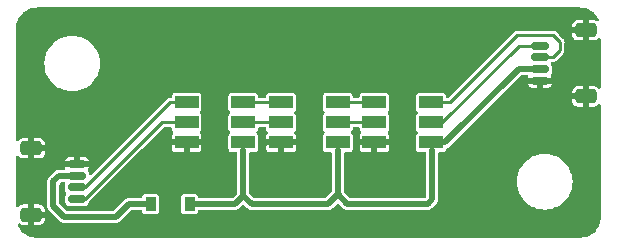
<source format=gbr>
%TF.GenerationSoftware,KiCad,Pcbnew,6.0.4-6f826c9f35~116~ubuntu20.04.1*%
%TF.CreationDate,2022-04-27T15:37:50-05:00*%
%TF.ProjectId,lc-led,6c632d6c-6564-42e6-9b69-6361645f7063,rev?*%
%TF.SameCoordinates,Original*%
%TF.FileFunction,Copper,L1,Top*%
%TF.FilePolarity,Positive*%
%FSLAX46Y46*%
G04 Gerber Fmt 4.6, Leading zero omitted, Abs format (unit mm)*
G04 Created by KiCad (PCBNEW 6.0.4-6f826c9f35~116~ubuntu20.04.1) date 2022-04-27 15:37:50*
%MOMM*%
%LPD*%
G01*
G04 APERTURE LIST*
G04 Aperture macros list*
%AMRoundRect*
0 Rectangle with rounded corners*
0 $1 Rounding radius*
0 $2 $3 $4 $5 $6 $7 $8 $9 X,Y pos of 4 corners*
0 Add a 4 corners polygon primitive as box body*
4,1,4,$2,$3,$4,$5,$6,$7,$8,$9,$2,$3,0*
0 Add four circle primitives for the rounded corners*
1,1,$1+$1,$2,$3*
1,1,$1+$1,$4,$5*
1,1,$1+$1,$6,$7*
1,1,$1+$1,$8,$9*
0 Add four rect primitives between the rounded corners*
20,1,$1+$1,$2,$3,$4,$5,0*
20,1,$1+$1,$4,$5,$6,$7,0*
20,1,$1+$1,$6,$7,$8,$9,0*
20,1,$1+$1,$8,$9,$2,$3,0*%
G04 Aperture macros list end*
%TA.AperFunction,SMDPad,CuDef*%
%ADD10R,2.000000X1.100000*%
%TD*%
%TA.AperFunction,SMDPad,CuDef*%
%ADD11R,0.900000X1.200000*%
%TD*%
%TA.AperFunction,SMDPad,CuDef*%
%ADD12RoundRect,0.150000X-0.625000X0.150000X-0.625000X-0.150000X0.625000X-0.150000X0.625000X0.150000X0*%
%TD*%
%TA.AperFunction,SMDPad,CuDef*%
%ADD13RoundRect,0.250000X-0.650000X0.350000X-0.650000X-0.350000X0.650000X-0.350000X0.650000X0.350000X0*%
%TD*%
%TA.AperFunction,SMDPad,CuDef*%
%ADD14RoundRect,0.150000X0.625000X-0.150000X0.625000X0.150000X-0.625000X0.150000X-0.625000X-0.150000X0*%
%TD*%
%TA.AperFunction,SMDPad,CuDef*%
%ADD15RoundRect,0.250000X0.650000X-0.350000X0.650000X0.350000X-0.650000X0.350000X-0.650000X-0.350000X0*%
%TD*%
%TA.AperFunction,Conductor*%
%ADD16C,0.500000*%
%TD*%
%TA.AperFunction,Conductor*%
%ADD17C,0.250000*%
%TD*%
G04 APERTURE END LIST*
D10*
%TO.P,LED2,1,DI*%
%TO.N,Net-(LED1-Pad6)*%
X47185786Y-38900000D03*
%TO.P,LED2,2,CI*%
%TO.N,Net-(LED1-Pad5)*%
X47185786Y-40600000D03*
%TO.P,LED2,3,GND*%
%TO.N,/GND1*%
X47185786Y-42300000D03*
%TO.P,LED2,4,VCC*%
%TO.N,/PWR1*%
X51985786Y-42300000D03*
%TO.P,LED2,5,CO*%
%TO.N,Net-(LED2-Pad5)*%
X51985786Y-40600000D03*
%TO.P,LED2,6,DO*%
%TO.N,Net-(LED2-Pad6)*%
X51985786Y-38900000D03*
%TD*%
D11*
%TO.P,D1,1,K*%
%TO.N,/PWR1*%
X39435786Y-47500000D03*
%TO.P,D1,2,A*%
%TO.N,/5V_1*%
X36135786Y-47500000D03*
%TD*%
D12*
%TO.P,J1,1,Pin_1*%
%TO.N,/GND1*%
X29900000Y-44100000D03*
%TO.P,J1,2,Pin_2*%
%TO.N,/5V_1*%
X29900000Y-45100000D03*
%TO.P,J1,3,Pin_3*%
%TO.N,/D_IN1*%
X29900000Y-46100000D03*
%TO.P,J1,4,Pin_4*%
%TO.N,/C_IN1*%
X29900000Y-47100000D03*
D13*
%TO.P,J1,MP*%
%TO.N,/GND1*%
X26025000Y-42800000D03*
X26025000Y-48400000D03*
%TD*%
D10*
%TO.P,LED1,1,DI*%
%TO.N,/D_IN1*%
X39185786Y-38900000D03*
%TO.P,LED1,2,CI*%
%TO.N,/C_IN1*%
X39185786Y-40600000D03*
%TO.P,LED1,3,GND*%
%TO.N,/GND1*%
X39185786Y-42300000D03*
%TO.P,LED1,4,VCC*%
%TO.N,/PWR1*%
X43985786Y-42300000D03*
%TO.P,LED1,5,CO*%
%TO.N,Net-(LED1-Pad5)*%
X43985786Y-40600000D03*
%TO.P,LED1,6,DO*%
%TO.N,Net-(LED1-Pad6)*%
X43985786Y-38900000D03*
%TD*%
%TO.P,LED3,1,DI*%
%TO.N,Net-(LED2-Pad6)*%
X55085786Y-38900000D03*
%TO.P,LED3,2,CI*%
%TO.N,Net-(LED2-Pad5)*%
X55085786Y-40600000D03*
%TO.P,LED3,3,GND*%
%TO.N,/GND1*%
X55085786Y-42300000D03*
%TO.P,LED3,4,VCC*%
%TO.N,/PWR1*%
X59885786Y-42300000D03*
%TO.P,LED3,5,CO*%
%TO.N,/C_OUT1*%
X59885786Y-40600000D03*
%TO.P,LED3,6,DO*%
%TO.N,/D_OUT1*%
X59885786Y-38900000D03*
%TD*%
D14*
%TO.P,J2,1,Pin_1*%
%TO.N,/GND1*%
X69100000Y-37100000D03*
%TO.P,J2,2,Pin_2*%
%TO.N,/PWR1*%
X69100000Y-36100000D03*
%TO.P,J2,3,Pin_3*%
%TO.N,/D_OUT1*%
X69100000Y-35100000D03*
%TO.P,J2,4,Pin_4*%
%TO.N,/C_OUT1*%
X69100000Y-34100000D03*
D15*
%TO.P,J2,MP*%
%TO.N,/GND1*%
X72975000Y-38400000D03*
X72975000Y-32800000D03*
%TD*%
D16*
%TO.N,/PWR1*%
X59885786Y-42300000D02*
X61100000Y-42300000D01*
X61100000Y-42300000D02*
X67300000Y-36100000D01*
X67300000Y-36100000D02*
X69100000Y-36100000D01*
D17*
%TO.N,/D_OUT1*%
X59885786Y-38900000D02*
X61500000Y-38900000D01*
X61500000Y-38900000D02*
X67200000Y-33200000D01*
X67200000Y-33200000D02*
X70200000Y-33200000D01*
X70200000Y-33200000D02*
X70800000Y-33800000D01*
X70800000Y-33800000D02*
X70800000Y-34500000D01*
X70800000Y-34500000D02*
X70200000Y-35100000D01*
X70200000Y-35100000D02*
X69100000Y-35100000D01*
%TO.N,/C_OUT1*%
X60800000Y-40600000D02*
X67300000Y-34100000D01*
X59885786Y-40600000D02*
X60800000Y-40600000D01*
X67300000Y-34100000D02*
X69100000Y-34100000D01*
%TO.N,/C_IN1*%
X29900000Y-47100000D02*
X30608930Y-47100000D01*
X30608930Y-47100000D02*
X37108930Y-40600000D01*
X37108930Y-40600000D02*
X39185786Y-40600000D01*
%TO.N,/D_IN1*%
X29900000Y-46100000D02*
X30600000Y-46100000D01*
X30600000Y-46100000D02*
X37800000Y-38900000D01*
X37800000Y-38900000D02*
X39185786Y-38900000D01*
D16*
%TO.N,/5V_1*%
X29900000Y-45100000D02*
X28400000Y-45100000D01*
X28400000Y-45100000D02*
X27900000Y-45600000D01*
X27900000Y-45600000D02*
X27900000Y-47700000D01*
X27900000Y-47700000D02*
X28800000Y-48600000D01*
X33200000Y-48600000D02*
X34300000Y-47500000D01*
X28800000Y-48600000D02*
X33200000Y-48600000D01*
X34300000Y-47500000D02*
X36135786Y-47500000D01*
%TO.N,/PWR1*%
X43285786Y-47500000D02*
X43985786Y-46800000D01*
X43985786Y-46800000D02*
X44685786Y-47500000D01*
X52785786Y-47500000D02*
X59585786Y-47500000D01*
X44685786Y-47500000D02*
X51185786Y-47500000D01*
X51985786Y-44900000D02*
X51985786Y-42900000D01*
X51985786Y-46700000D02*
X52785786Y-47500000D01*
X59585786Y-47500000D02*
X59985786Y-47100000D01*
X51185786Y-47500000D02*
X51985786Y-46700000D01*
X51985786Y-46700000D02*
X51985786Y-44900000D01*
X39435786Y-47500000D02*
X43285786Y-47500000D01*
X43985786Y-45200000D02*
X43985786Y-42900000D01*
X59985786Y-47100000D02*
X59985786Y-42900000D01*
X43985786Y-46800000D02*
X43985786Y-45200000D01*
D17*
%TO.N,Net-(LED1-Pad6)*%
X43985786Y-38900000D02*
X47185786Y-38900000D01*
%TO.N,Net-(LED1-Pad5)*%
X43985786Y-40600000D02*
X47185786Y-40600000D01*
%TO.N,Net-(LED2-Pad6)*%
X51985786Y-38900000D02*
X55085786Y-38900000D01*
%TO.N,Net-(LED2-Pad5)*%
X51985786Y-40600000D02*
X55085786Y-40600000D01*
%TD*%
%TA.AperFunction,Conductor*%
%TO.N,/GND1*%
G36*
X72487103Y-30871135D02*
G01*
X72500000Y-30873700D01*
X72512172Y-30871279D01*
X72524579Y-30871279D01*
X72524579Y-30871919D01*
X72535358Y-30871243D01*
X72718394Y-30884334D01*
X72739419Y-30885838D01*
X72757213Y-30888397D01*
X72982958Y-30937505D01*
X73000207Y-30942569D01*
X73216666Y-31023304D01*
X73233013Y-31030769D01*
X73435779Y-31141489D01*
X73450895Y-31151204D01*
X73635838Y-31289651D01*
X73649425Y-31301424D01*
X73812783Y-31464783D01*
X73824556Y-31478370D01*
X73962999Y-31663311D01*
X73972718Y-31678434D01*
X74066584Y-31850337D01*
X74081675Y-31919711D01*
X74056864Y-31986231D01*
X74000028Y-32028778D01*
X73929213Y-32033842D01*
X73880430Y-32011548D01*
X73876699Y-32008752D01*
X73861118Y-32000222D01*
X73741735Y-31955467D01*
X73726490Y-31951842D01*
X73676108Y-31946369D01*
X73669294Y-31946000D01*
X73247115Y-31946000D01*
X73231876Y-31950475D01*
X73230671Y-31951865D01*
X73229000Y-31959548D01*
X73229000Y-33635884D01*
X73233475Y-33651123D01*
X73234865Y-33652328D01*
X73242548Y-33653999D01*
X73669292Y-33653999D01*
X73676110Y-33653630D01*
X73726482Y-33648159D01*
X73741741Y-33644530D01*
X73861118Y-33599778D01*
X73876704Y-33591246D01*
X73977867Y-33515428D01*
X73990429Y-33502866D01*
X74018674Y-33465179D01*
X74075534Y-33422664D01*
X74146352Y-33417639D01*
X74208645Y-33451698D01*
X74242635Y-33514030D01*
X74245500Y-33540744D01*
X74245500Y-37659256D01*
X74225498Y-37727377D01*
X74171842Y-37773870D01*
X74101568Y-37783974D01*
X74036988Y-37754480D01*
X74018674Y-37734821D01*
X73990429Y-37697134D01*
X73977867Y-37684572D01*
X73876704Y-37608754D01*
X73861118Y-37600222D01*
X73741735Y-37555467D01*
X73726490Y-37551842D01*
X73676108Y-37546369D01*
X73669294Y-37546000D01*
X73247115Y-37546000D01*
X73231876Y-37550475D01*
X73230671Y-37551865D01*
X73229000Y-37559548D01*
X73229000Y-39235884D01*
X73233475Y-39251123D01*
X73234865Y-39252328D01*
X73242548Y-39253999D01*
X73669292Y-39253999D01*
X73676110Y-39253630D01*
X73726482Y-39248159D01*
X73741741Y-39244530D01*
X73861118Y-39199778D01*
X73876704Y-39191246D01*
X73977867Y-39115428D01*
X73990429Y-39102866D01*
X74018674Y-39065179D01*
X74075534Y-39022664D01*
X74146352Y-39017639D01*
X74208645Y-39051698D01*
X74242635Y-39114030D01*
X74245500Y-39140744D01*
X74245500Y-48576735D01*
X74243079Y-48601317D01*
X74240514Y-48614212D01*
X74242935Y-48626384D01*
X74242935Y-48638791D01*
X74242295Y-48638791D01*
X74242971Y-48649569D01*
X74232132Y-48801108D01*
X74228375Y-48853635D01*
X74225817Y-48871426D01*
X74211708Y-48936281D01*
X74176707Y-49097170D01*
X74171645Y-49114412D01*
X74090904Y-49330883D01*
X74083441Y-49347223D01*
X73972723Y-49549986D01*
X73963006Y-49565105D01*
X73824559Y-49750048D01*
X73812786Y-49763635D01*
X73649427Y-49926993D01*
X73635840Y-49938766D01*
X73450899Y-50077209D01*
X73435777Y-50086927D01*
X73233014Y-50197645D01*
X73216667Y-50205111D01*
X73053400Y-50266006D01*
X73000207Y-50285846D01*
X72982958Y-50290911D01*
X72757212Y-50340018D01*
X72739418Y-50342576D01*
X72535311Y-50357174D01*
X72524581Y-50356504D01*
X72524581Y-50357149D01*
X72512171Y-50357149D01*
X72500000Y-50354728D01*
X72487103Y-50357293D01*
X72462524Y-50359714D01*
X26537476Y-50359714D01*
X26512897Y-50357293D01*
X26500000Y-50354728D01*
X26487828Y-50357149D01*
X26475421Y-50357149D01*
X26475421Y-50356509D01*
X26464642Y-50357185D01*
X26280752Y-50344033D01*
X26260580Y-50342590D01*
X26242786Y-50340032D01*
X26017038Y-50290924D01*
X25999789Y-50285859D01*
X25942822Y-50264612D01*
X25783327Y-50205124D01*
X25766980Y-50197658D01*
X25766957Y-50197645D01*
X25564214Y-50086939D01*
X25549096Y-50077223D01*
X25364151Y-49938776D01*
X25350565Y-49927004D01*
X25187207Y-49763648D01*
X25175434Y-49750062D01*
X25110896Y-49663850D01*
X25036981Y-49565113D01*
X25027263Y-49549990D01*
X24916546Y-49347229D01*
X24909077Y-49330874D01*
X24903792Y-49316704D01*
X24898728Y-49245889D01*
X24932753Y-49183577D01*
X24995066Y-49149552D01*
X25065881Y-49154618D01*
X25097413Y-49171847D01*
X25123296Y-49191246D01*
X25138882Y-49199778D01*
X25258265Y-49244533D01*
X25273510Y-49248158D01*
X25323892Y-49253631D01*
X25330706Y-49254000D01*
X25752885Y-49254000D01*
X25768124Y-49249525D01*
X25769329Y-49248135D01*
X25771000Y-49240452D01*
X25771000Y-49235884D01*
X26279000Y-49235884D01*
X26283475Y-49251123D01*
X26284865Y-49252328D01*
X26292548Y-49253999D01*
X26719292Y-49253999D01*
X26726110Y-49253630D01*
X26776482Y-49248159D01*
X26791741Y-49244530D01*
X26911118Y-49199778D01*
X26926704Y-49191246D01*
X27027867Y-49115428D01*
X27040428Y-49102867D01*
X27116246Y-49001704D01*
X27124778Y-48986118D01*
X27169533Y-48866735D01*
X27173158Y-48851490D01*
X27178631Y-48801108D01*
X27179000Y-48794294D01*
X27179000Y-48672115D01*
X27174525Y-48656876D01*
X27173135Y-48655671D01*
X27165452Y-48654000D01*
X26297115Y-48654000D01*
X26281876Y-48658475D01*
X26280671Y-48659865D01*
X26279000Y-48667548D01*
X26279000Y-49235884D01*
X25771000Y-49235884D01*
X25771000Y-48127885D01*
X26279000Y-48127885D01*
X26283475Y-48143124D01*
X26284865Y-48144329D01*
X26292548Y-48146000D01*
X27160884Y-48146000D01*
X27176123Y-48141525D01*
X27177328Y-48140135D01*
X27178999Y-48132452D01*
X27178999Y-48005708D01*
X27178630Y-47998890D01*
X27173159Y-47948518D01*
X27169530Y-47933259D01*
X27124778Y-47813882D01*
X27116246Y-47798296D01*
X27040428Y-47697133D01*
X27027867Y-47684572D01*
X26926704Y-47608754D01*
X26911118Y-47600222D01*
X26791735Y-47555467D01*
X26776490Y-47551842D01*
X26726108Y-47546369D01*
X26719294Y-47546000D01*
X26297115Y-47546000D01*
X26281876Y-47550475D01*
X26280671Y-47551865D01*
X26279000Y-47559548D01*
X26279000Y-48127885D01*
X25771000Y-48127885D01*
X25771000Y-47564116D01*
X25766525Y-47548877D01*
X25765135Y-47547672D01*
X25757452Y-47546001D01*
X25330708Y-47546001D01*
X25323890Y-47546370D01*
X25273518Y-47551841D01*
X25258259Y-47555470D01*
X25138882Y-47600222D01*
X25123296Y-47608754D01*
X25022133Y-47684572D01*
X25009571Y-47697134D01*
X24981326Y-47734821D01*
X24924466Y-47777336D01*
X24853648Y-47782361D01*
X24791355Y-47748302D01*
X24757365Y-47685970D01*
X24754500Y-47659256D01*
X24754500Y-45634667D01*
X27391493Y-45634667D01*
X27393366Y-45643442D01*
X27393959Y-45652138D01*
X27395500Y-45666738D01*
X27395500Y-47629376D01*
X27394159Y-47641381D01*
X27394655Y-47641421D01*
X27393935Y-47650368D01*
X27391954Y-47659124D01*
X27394312Y-47697133D01*
X27395258Y-47712382D01*
X27395500Y-47720184D01*
X27395500Y-47736226D01*
X27396135Y-47740657D01*
X27396135Y-47740662D01*
X27396965Y-47746453D01*
X27397996Y-47756514D01*
X27400902Y-47803359D01*
X27403949Y-47811799D01*
X27404630Y-47815089D01*
X27408582Y-47830938D01*
X27409527Y-47834168D01*
X27410799Y-47843052D01*
X27414514Y-47851223D01*
X27430218Y-47885763D01*
X27434030Y-47895128D01*
X27446922Y-47930837D01*
X27446924Y-47930840D01*
X27449972Y-47939284D01*
X27455268Y-47946533D01*
X27456840Y-47949490D01*
X27465093Y-47963614D01*
X27466898Y-47966437D01*
X27470612Y-47974605D01*
X27476469Y-47981402D01*
X27476470Y-47981404D01*
X27490597Y-47997798D01*
X27499825Y-48008507D01*
X27501243Y-48010153D01*
X27507525Y-48018064D01*
X27515473Y-48028944D01*
X27526335Y-48039806D01*
X27532693Y-48046652D01*
X27564944Y-48084082D01*
X27572479Y-48088966D01*
X27579051Y-48094699D01*
X27590455Y-48103926D01*
X28393323Y-48906794D01*
X28400865Y-48916234D01*
X28401245Y-48915911D01*
X28407063Y-48922747D01*
X28411853Y-48930339D01*
X28418581Y-48936281D01*
X28451859Y-48965671D01*
X28457546Y-48971017D01*
X28468880Y-48982351D01*
X28472463Y-48985036D01*
X28472465Y-48985038D01*
X28477155Y-48988553D01*
X28484998Y-48994938D01*
X28520170Y-49026001D01*
X28528292Y-49029814D01*
X28531093Y-49031654D01*
X28545088Y-49040063D01*
X28548051Y-49041685D01*
X28555236Y-49047070D01*
X28563646Y-49050223D01*
X28563648Y-49050224D01*
X28599182Y-49063546D01*
X28608495Y-49067470D01*
X28650982Y-49087417D01*
X28659856Y-49088799D01*
X28663083Y-49089785D01*
X28678846Y-49093920D01*
X28682140Y-49094644D01*
X28690552Y-49097798D01*
X28699510Y-49098464D01*
X28699511Y-49098464D01*
X28737350Y-49101276D01*
X28747374Y-49102426D01*
X28760697Y-49104500D01*
X28776062Y-49104500D01*
X28785399Y-49104846D01*
X28834666Y-49108507D01*
X28843441Y-49106634D01*
X28852137Y-49106041D01*
X28866737Y-49104500D01*
X33129376Y-49104500D01*
X33141381Y-49105841D01*
X33141421Y-49105345D01*
X33150368Y-49106065D01*
X33159124Y-49108046D01*
X33212382Y-49104742D01*
X33220184Y-49104500D01*
X33236226Y-49104500D01*
X33240657Y-49103865D01*
X33240662Y-49103865D01*
X33244687Y-49103288D01*
X33246457Y-49103035D01*
X33256514Y-49102004D01*
X33278976Y-49100611D01*
X33294400Y-49099654D01*
X33294402Y-49099654D01*
X33303359Y-49099098D01*
X33311799Y-49096051D01*
X33315089Y-49095370D01*
X33330938Y-49091418D01*
X33334168Y-49090473D01*
X33343052Y-49089201D01*
X33385763Y-49069782D01*
X33395128Y-49065970D01*
X33430837Y-49053078D01*
X33430840Y-49053076D01*
X33439284Y-49050028D01*
X33446533Y-49044732D01*
X33449490Y-49043160D01*
X33463614Y-49034907D01*
X33466437Y-49033102D01*
X33474605Y-49029388D01*
X33481402Y-49023531D01*
X33481404Y-49023530D01*
X33510153Y-48998757D01*
X33518064Y-48992475D01*
X33528944Y-48984527D01*
X33539806Y-48973665D01*
X33546653Y-48967307D01*
X33577282Y-48940915D01*
X33584082Y-48935056D01*
X33588966Y-48927521D01*
X33594699Y-48920949D01*
X33603926Y-48909545D01*
X34472066Y-48041405D01*
X34534378Y-48007379D01*
X34561161Y-48004500D01*
X35305822Y-48004500D01*
X35373943Y-48024502D01*
X35420436Y-48078158D01*
X35431215Y-48118147D01*
X35431287Y-48118877D01*
X35431287Y-48125066D01*
X35446052Y-48199301D01*
X35502302Y-48283484D01*
X35586485Y-48339734D01*
X35660719Y-48354500D01*
X36135709Y-48354500D01*
X36610852Y-48354499D01*
X36646604Y-48347388D01*
X36672912Y-48342156D01*
X36672914Y-48342155D01*
X36685087Y-48339734D01*
X36695407Y-48332839D01*
X36695408Y-48332838D01*
X36758954Y-48290377D01*
X36769270Y-48283484D01*
X36825520Y-48199301D01*
X36840286Y-48125067D01*
X36840285Y-46874934D01*
X36840285Y-46874933D01*
X38731286Y-46874933D01*
X38731287Y-48125066D01*
X38746052Y-48199301D01*
X38802302Y-48283484D01*
X38886485Y-48339734D01*
X38960719Y-48354500D01*
X39435709Y-48354500D01*
X39910852Y-48354499D01*
X39946604Y-48347388D01*
X39972912Y-48342156D01*
X39972914Y-48342155D01*
X39985087Y-48339734D01*
X39995407Y-48332839D01*
X39995408Y-48332838D01*
X40058954Y-48290377D01*
X40069270Y-48283484D01*
X40125520Y-48199301D01*
X40140286Y-48125067D01*
X40140286Y-48118877D01*
X40140358Y-48118149D01*
X40166941Y-48052317D01*
X40224895Y-48011308D01*
X40265751Y-48004500D01*
X43215162Y-48004500D01*
X43227167Y-48005841D01*
X43227207Y-48005345D01*
X43236154Y-48006065D01*
X43244910Y-48008046D01*
X43298168Y-48004742D01*
X43305970Y-48004500D01*
X43322012Y-48004500D01*
X43326443Y-48003865D01*
X43326448Y-48003865D01*
X43330473Y-48003288D01*
X43332243Y-48003035D01*
X43342300Y-48002004D01*
X43364762Y-48000611D01*
X43380186Y-47999654D01*
X43380188Y-47999654D01*
X43389145Y-47999098D01*
X43397585Y-47996051D01*
X43400875Y-47995370D01*
X43416724Y-47991418D01*
X43419954Y-47990473D01*
X43428838Y-47989201D01*
X43471549Y-47969782D01*
X43480914Y-47965970D01*
X43516623Y-47953078D01*
X43516626Y-47953076D01*
X43525070Y-47950028D01*
X43532319Y-47944732D01*
X43535276Y-47943160D01*
X43549400Y-47934907D01*
X43552223Y-47933102D01*
X43560391Y-47929388D01*
X43567188Y-47923531D01*
X43567190Y-47923530D01*
X43595939Y-47898757D01*
X43603850Y-47892475D01*
X43614730Y-47884527D01*
X43625592Y-47873665D01*
X43632439Y-47867307D01*
X43663068Y-47840915D01*
X43669868Y-47835056D01*
X43674752Y-47827521D01*
X43680485Y-47820949D01*
X43689712Y-47809545D01*
X43896691Y-47602566D01*
X43959003Y-47568540D01*
X44029818Y-47573605D01*
X44074881Y-47602566D01*
X44279109Y-47806794D01*
X44286651Y-47816234D01*
X44287031Y-47815911D01*
X44292849Y-47822747D01*
X44297639Y-47830339D01*
X44304367Y-47836281D01*
X44337645Y-47865671D01*
X44343332Y-47871017D01*
X44354666Y-47882351D01*
X44358252Y-47885038D01*
X44358257Y-47885043D01*
X44362945Y-47888557D01*
X44370783Y-47894938D01*
X44399229Y-47920060D01*
X44405956Y-47926001D01*
X44414079Y-47929815D01*
X44416890Y-47931661D01*
X44430889Y-47940072D01*
X44433838Y-47941686D01*
X44441021Y-47947070D01*
X44459107Y-47953850D01*
X44484960Y-47963542D01*
X44494280Y-47967469D01*
X44523961Y-47981404D01*
X44536768Y-47987417D01*
X44545639Y-47988798D01*
X44548861Y-47989783D01*
X44564632Y-47993920D01*
X44567926Y-47994644D01*
X44576338Y-47997798D01*
X44585296Y-47998464D01*
X44585297Y-47998464D01*
X44623136Y-48001276D01*
X44633160Y-48002426D01*
X44646483Y-48004500D01*
X44661848Y-48004500D01*
X44671185Y-48004846D01*
X44720452Y-48008507D01*
X44729227Y-48006634D01*
X44737923Y-48006041D01*
X44752523Y-48004500D01*
X51115162Y-48004500D01*
X51127167Y-48005841D01*
X51127207Y-48005345D01*
X51136154Y-48006065D01*
X51144910Y-48008046D01*
X51198168Y-48004742D01*
X51205970Y-48004500D01*
X51222012Y-48004500D01*
X51226443Y-48003865D01*
X51226448Y-48003865D01*
X51230473Y-48003288D01*
X51232243Y-48003035D01*
X51242300Y-48002004D01*
X51264762Y-48000611D01*
X51280186Y-47999654D01*
X51280188Y-47999654D01*
X51289145Y-47999098D01*
X51297585Y-47996051D01*
X51300875Y-47995370D01*
X51316724Y-47991418D01*
X51319954Y-47990473D01*
X51328838Y-47989201D01*
X51371549Y-47969782D01*
X51380914Y-47965970D01*
X51416623Y-47953078D01*
X51416626Y-47953076D01*
X51425070Y-47950028D01*
X51432319Y-47944732D01*
X51435276Y-47943160D01*
X51449400Y-47934907D01*
X51452223Y-47933102D01*
X51460391Y-47929388D01*
X51467188Y-47923531D01*
X51467190Y-47923530D01*
X51495939Y-47898757D01*
X51503850Y-47892475D01*
X51514730Y-47884527D01*
X51525592Y-47873665D01*
X51532439Y-47867307D01*
X51563068Y-47840915D01*
X51569868Y-47835056D01*
X51574752Y-47827521D01*
X51580485Y-47820949D01*
X51589712Y-47809545D01*
X51896691Y-47502566D01*
X51959003Y-47468540D01*
X52029818Y-47473605D01*
X52074881Y-47502566D01*
X52379109Y-47806794D01*
X52386651Y-47816234D01*
X52387031Y-47815911D01*
X52392849Y-47822747D01*
X52397639Y-47830339D01*
X52404367Y-47836281D01*
X52437645Y-47865671D01*
X52443332Y-47871017D01*
X52454666Y-47882351D01*
X52458249Y-47885036D01*
X52458251Y-47885038D01*
X52462941Y-47888553D01*
X52470784Y-47894938D01*
X52505956Y-47926001D01*
X52514078Y-47929814D01*
X52516879Y-47931654D01*
X52530874Y-47940063D01*
X52533837Y-47941685D01*
X52541022Y-47947070D01*
X52549432Y-47950223D01*
X52549434Y-47950224D01*
X52584968Y-47963546D01*
X52594279Y-47967469D01*
X52636768Y-47987417D01*
X52645642Y-47988799D01*
X52648869Y-47989785D01*
X52664652Y-47993925D01*
X52667930Y-47994646D01*
X52676338Y-47997798D01*
X52685302Y-47998464D01*
X52723143Y-48001276D01*
X52733190Y-48002430D01*
X52741672Y-48003751D01*
X52741675Y-48003751D01*
X52746483Y-48004500D01*
X52761848Y-48004500D01*
X52771186Y-48004846D01*
X52820453Y-48008507D01*
X52829228Y-48006634D01*
X52837924Y-48006041D01*
X52852524Y-48004500D01*
X59515162Y-48004500D01*
X59527167Y-48005841D01*
X59527207Y-48005345D01*
X59536154Y-48006065D01*
X59544910Y-48008046D01*
X59598168Y-48004742D01*
X59605970Y-48004500D01*
X59622012Y-48004500D01*
X59626443Y-48003865D01*
X59626448Y-48003865D01*
X59630473Y-48003288D01*
X59632243Y-48003035D01*
X59642300Y-48002004D01*
X59664762Y-48000611D01*
X59680186Y-47999654D01*
X59680188Y-47999654D01*
X59689145Y-47999098D01*
X59697585Y-47996051D01*
X59700875Y-47995370D01*
X59716724Y-47991418D01*
X59719954Y-47990473D01*
X59728838Y-47989201D01*
X59771549Y-47969782D01*
X59780914Y-47965970D01*
X59816623Y-47953078D01*
X59816626Y-47953076D01*
X59825070Y-47950028D01*
X59832319Y-47944732D01*
X59835276Y-47943160D01*
X59849400Y-47934907D01*
X59852223Y-47933102D01*
X59860391Y-47929388D01*
X59867188Y-47923531D01*
X59867190Y-47923530D01*
X59895939Y-47898757D01*
X59903850Y-47892475D01*
X59914730Y-47884527D01*
X59925592Y-47873665D01*
X59932439Y-47867307D01*
X59963068Y-47840915D01*
X59969868Y-47835056D01*
X59974752Y-47827521D01*
X59980485Y-47820949D01*
X59989712Y-47809545D01*
X60292580Y-47506677D01*
X60302020Y-47499135D01*
X60301697Y-47498755D01*
X60308533Y-47492937D01*
X60316125Y-47488147D01*
X60351458Y-47448140D01*
X60356803Y-47442454D01*
X60368137Y-47431120D01*
X60370824Y-47427534D01*
X60370829Y-47427529D01*
X60374343Y-47422841D01*
X60380724Y-47415003D01*
X60405846Y-47386557D01*
X60411787Y-47379830D01*
X60415601Y-47371707D01*
X60417447Y-47368896D01*
X60425858Y-47354897D01*
X60427472Y-47351948D01*
X60432856Y-47344765D01*
X60449328Y-47300826D01*
X60453255Y-47291506D01*
X60469388Y-47257144D01*
X60469388Y-47257143D01*
X60473203Y-47249018D01*
X60474584Y-47240147D01*
X60475569Y-47236925D01*
X60479706Y-47221154D01*
X60480430Y-47217860D01*
X60483584Y-47209448D01*
X60485695Y-47181051D01*
X60487062Y-47162650D01*
X60488212Y-47152626D01*
X60490286Y-47139303D01*
X60490286Y-47123938D01*
X60490632Y-47114601D01*
X60493628Y-47074282D01*
X60494293Y-47065334D01*
X60492420Y-47056559D01*
X60491827Y-47047863D01*
X60490286Y-47033263D01*
X60490286Y-45614214D01*
X67140448Y-45614214D01*
X67140718Y-45618333D01*
X67156634Y-45861161D01*
X67160634Y-45922197D01*
X67161436Y-45926230D01*
X67161437Y-45926236D01*
X67220042Y-46220861D01*
X67220848Y-46224911D01*
X67222175Y-46228820D01*
X67222176Y-46228824D01*
X67308080Y-46481890D01*
X67320058Y-46517175D01*
X67343949Y-46565621D01*
X67404840Y-46689095D01*
X67456568Y-46793990D01*
X67458862Y-46797423D01*
X67625333Y-47046563D01*
X67628042Y-47050618D01*
X67831545Y-47282669D01*
X68063596Y-47486172D01*
X68067022Y-47488461D01*
X68067027Y-47488465D01*
X68180247Y-47564116D01*
X68320224Y-47657646D01*
X68323923Y-47659470D01*
X68323928Y-47659473D01*
X68466132Y-47729600D01*
X68597039Y-47794156D01*
X68600944Y-47795481D01*
X68600945Y-47795482D01*
X68885390Y-47892038D01*
X68885394Y-47892039D01*
X68889303Y-47893366D01*
X68893347Y-47894170D01*
X68893353Y-47894172D01*
X69187978Y-47952777D01*
X69187984Y-47952778D01*
X69192017Y-47953580D01*
X69196122Y-47953849D01*
X69196129Y-47953850D01*
X69495881Y-47973496D01*
X69500000Y-47973766D01*
X69504119Y-47973496D01*
X69803871Y-47953850D01*
X69803878Y-47953849D01*
X69807983Y-47953580D01*
X69812016Y-47952778D01*
X69812022Y-47952777D01*
X70106647Y-47894172D01*
X70106653Y-47894170D01*
X70110697Y-47893366D01*
X70114606Y-47892039D01*
X70114610Y-47892038D01*
X70399055Y-47795482D01*
X70399056Y-47795481D01*
X70402961Y-47794156D01*
X70533868Y-47729600D01*
X70676072Y-47659473D01*
X70676077Y-47659470D01*
X70679776Y-47657646D01*
X70819753Y-47564116D01*
X70932973Y-47488465D01*
X70932978Y-47488461D01*
X70936404Y-47486172D01*
X71168455Y-47282669D01*
X71371958Y-47050618D01*
X71374668Y-47046563D01*
X71541138Y-46797423D01*
X71543432Y-46793990D01*
X71595161Y-46689095D01*
X71656051Y-46565621D01*
X71679942Y-46517175D01*
X71691920Y-46481890D01*
X71777824Y-46228824D01*
X71777825Y-46228820D01*
X71779152Y-46224911D01*
X71779958Y-46220861D01*
X71838563Y-45926236D01*
X71838564Y-45926230D01*
X71839366Y-45922197D01*
X71843367Y-45861161D01*
X71859282Y-45618333D01*
X71859552Y-45614214D01*
X71857051Y-45576062D01*
X71839636Y-45310343D01*
X71839635Y-45310336D01*
X71839366Y-45306231D01*
X71834388Y-45281201D01*
X71779958Y-45007567D01*
X71779956Y-45007561D01*
X71779152Y-45003517D01*
X71757118Y-44938605D01*
X71681268Y-44715159D01*
X71681267Y-44715158D01*
X71679942Y-44711253D01*
X71574498Y-44497434D01*
X71545259Y-44438142D01*
X71545256Y-44438137D01*
X71543432Y-44434438D01*
X71371958Y-44177810D01*
X71168455Y-43945759D01*
X70936404Y-43742256D01*
X70932978Y-43739967D01*
X70932973Y-43739963D01*
X70683209Y-43573076D01*
X70679776Y-43570782D01*
X70676077Y-43568958D01*
X70676072Y-43568955D01*
X70465634Y-43465179D01*
X70402961Y-43434272D01*
X70399055Y-43432946D01*
X70114610Y-43336390D01*
X70114606Y-43336389D01*
X70110697Y-43335062D01*
X70106653Y-43334258D01*
X70106647Y-43334256D01*
X69812022Y-43275651D01*
X69812016Y-43275650D01*
X69807983Y-43274848D01*
X69803878Y-43274579D01*
X69803871Y-43274578D01*
X69504119Y-43254932D01*
X69500000Y-43254662D01*
X69495881Y-43254932D01*
X69196129Y-43274578D01*
X69196122Y-43274579D01*
X69192017Y-43274848D01*
X69187984Y-43275650D01*
X69187978Y-43275651D01*
X68893353Y-43334256D01*
X68893347Y-43334258D01*
X68889303Y-43335062D01*
X68885394Y-43336389D01*
X68885390Y-43336390D01*
X68600945Y-43432946D01*
X68597039Y-43434272D01*
X68534366Y-43465179D01*
X68323928Y-43568955D01*
X68323923Y-43568958D01*
X68320224Y-43570782D01*
X68316791Y-43573076D01*
X68067027Y-43739963D01*
X68067022Y-43739967D01*
X68063596Y-43742256D01*
X67831545Y-43945759D01*
X67628042Y-44177810D01*
X67456568Y-44434438D01*
X67454744Y-44438137D01*
X67454741Y-44438142D01*
X67425502Y-44497434D01*
X67320058Y-44711253D01*
X67318733Y-44715158D01*
X67318732Y-44715159D01*
X67242883Y-44938605D01*
X67220848Y-45003517D01*
X67220044Y-45007561D01*
X67220042Y-45007567D01*
X67165613Y-45281201D01*
X67160634Y-45306231D01*
X67160365Y-45310336D01*
X67160364Y-45310343D01*
X67154231Y-45403914D01*
X67144247Y-45556245D01*
X67140448Y-45614214D01*
X60490286Y-45614214D01*
X60490286Y-43230499D01*
X60510288Y-43162378D01*
X60563944Y-43115885D01*
X60616286Y-43104499D01*
X60910852Y-43104499D01*
X60946604Y-43097388D01*
X60972912Y-43092156D01*
X60972914Y-43092155D01*
X60985087Y-43089734D01*
X60995407Y-43082839D01*
X60995408Y-43082838D01*
X61058954Y-43040377D01*
X61069270Y-43033484D01*
X61125520Y-42949301D01*
X61137452Y-42889314D01*
X61170359Y-42826404D01*
X61225665Y-42792960D01*
X61234166Y-42790474D01*
X61243052Y-42789201D01*
X61285763Y-42769782D01*
X61295128Y-42765970D01*
X61330837Y-42753078D01*
X61330840Y-42753076D01*
X61339284Y-42750028D01*
X61346533Y-42744732D01*
X61349490Y-42743160D01*
X61363614Y-42734907D01*
X61366437Y-42733102D01*
X61374605Y-42729388D01*
X61381402Y-42723531D01*
X61381404Y-42723530D01*
X61410153Y-42698757D01*
X61418064Y-42692475D01*
X61428944Y-42684527D01*
X61439806Y-42673665D01*
X61446653Y-42667307D01*
X61477282Y-42640915D01*
X61484082Y-42635056D01*
X61488966Y-42627521D01*
X61494699Y-42620949D01*
X61503926Y-42609545D01*
X65319179Y-38794292D01*
X71821001Y-38794292D01*
X71821370Y-38801110D01*
X71826841Y-38851482D01*
X71830470Y-38866741D01*
X71875222Y-38986118D01*
X71883754Y-39001704D01*
X71959572Y-39102867D01*
X71972133Y-39115428D01*
X72073296Y-39191246D01*
X72088882Y-39199778D01*
X72208265Y-39244533D01*
X72223510Y-39248158D01*
X72273892Y-39253631D01*
X72280706Y-39254000D01*
X72702885Y-39254000D01*
X72718124Y-39249525D01*
X72719329Y-39248135D01*
X72721000Y-39240452D01*
X72721000Y-38672115D01*
X72716525Y-38656876D01*
X72715135Y-38655671D01*
X72707452Y-38654000D01*
X71839116Y-38654000D01*
X71823877Y-38658475D01*
X71822672Y-38659865D01*
X71821001Y-38667548D01*
X71821001Y-38794292D01*
X65319179Y-38794292D01*
X65985586Y-38127885D01*
X71821000Y-38127885D01*
X71825475Y-38143124D01*
X71826865Y-38144329D01*
X71834548Y-38146000D01*
X72702885Y-38146000D01*
X72718124Y-38141525D01*
X72719329Y-38140135D01*
X72721000Y-38132452D01*
X72721000Y-37564116D01*
X72716525Y-37548877D01*
X72715135Y-37547672D01*
X72707452Y-37546001D01*
X72280708Y-37546001D01*
X72273890Y-37546370D01*
X72223518Y-37551841D01*
X72208259Y-37555470D01*
X72088882Y-37600222D01*
X72073296Y-37608754D01*
X71972133Y-37684572D01*
X71959572Y-37697133D01*
X71883754Y-37798296D01*
X71875222Y-37813882D01*
X71830467Y-37933265D01*
X71826842Y-37948510D01*
X71821369Y-37998892D01*
X71821000Y-38005706D01*
X71821000Y-38127885D01*
X65985586Y-38127885D01*
X66743198Y-37370273D01*
X68085625Y-37370273D01*
X68090486Y-37385234D01*
X68139583Y-37481593D01*
X68151094Y-37497436D01*
X68227564Y-37573906D01*
X68243407Y-37585417D01*
X68339768Y-37634515D01*
X68358392Y-37640567D01*
X68438315Y-37653225D01*
X68448158Y-37654000D01*
X68827885Y-37654000D01*
X68843124Y-37649525D01*
X68844329Y-37648135D01*
X68846000Y-37640452D01*
X68846000Y-37635884D01*
X69354000Y-37635884D01*
X69358475Y-37651123D01*
X69359865Y-37652328D01*
X69367548Y-37653999D01*
X69751840Y-37653999D01*
X69761687Y-37653224D01*
X69841607Y-37640567D01*
X69860233Y-37634515D01*
X69956593Y-37585417D01*
X69972436Y-37573906D01*
X70048906Y-37497436D01*
X70060417Y-37481593D01*
X70109516Y-37385231D01*
X70114479Y-37369955D01*
X70112962Y-37358212D01*
X70098988Y-37354000D01*
X69372115Y-37354000D01*
X69356876Y-37358475D01*
X69355671Y-37359865D01*
X69354000Y-37367548D01*
X69354000Y-37635884D01*
X68846000Y-37635884D01*
X68846000Y-37372115D01*
X68841525Y-37356876D01*
X68840135Y-37355671D01*
X68832452Y-37354000D01*
X68100552Y-37354000D01*
X68087316Y-37357887D01*
X68085625Y-37370273D01*
X66743198Y-37370273D01*
X67472066Y-36641405D01*
X67534378Y-36607379D01*
X67561161Y-36604500D01*
X67992008Y-36604500D01*
X68060129Y-36624502D01*
X68106622Y-36678158D01*
X68116726Y-36748432D01*
X68104275Y-36787703D01*
X68090484Y-36814769D01*
X68085521Y-36830045D01*
X68087038Y-36841788D01*
X68101012Y-36846000D01*
X70099448Y-36846000D01*
X70112684Y-36842113D01*
X70114375Y-36829727D01*
X70109514Y-36814766D01*
X70060417Y-36718407D01*
X70048906Y-36702564D01*
X70035791Y-36689449D01*
X70001765Y-36627137D01*
X70006830Y-36556322D01*
X70035788Y-36511261D01*
X70056326Y-36490723D01*
X70114498Y-36376555D01*
X70129500Y-36281834D01*
X70129500Y-35918166D01*
X70114498Y-35823445D01*
X70056326Y-35709277D01*
X70041644Y-35694595D01*
X70007618Y-35632283D01*
X70012683Y-35561468D01*
X70055230Y-35504632D01*
X70121750Y-35479821D01*
X70130739Y-35479500D01*
X70146080Y-35479500D01*
X70170028Y-35482049D01*
X70171693Y-35482128D01*
X70181876Y-35484320D01*
X70192217Y-35483096D01*
X70215223Y-35480373D01*
X70221154Y-35480023D01*
X70221146Y-35479928D01*
X70226324Y-35479500D01*
X70231524Y-35479500D01*
X70236653Y-35478646D01*
X70236656Y-35478646D01*
X70250565Y-35476331D01*
X70256443Y-35475494D01*
X70297001Y-35470694D01*
X70297002Y-35470694D01*
X70307341Y-35469470D01*
X70315593Y-35465507D01*
X70324626Y-35464004D01*
X70333795Y-35459057D01*
X70333797Y-35459056D01*
X70369732Y-35439666D01*
X70375025Y-35436969D01*
X70414082Y-35418215D01*
X70414086Y-35418212D01*
X70421232Y-35414781D01*
X70425508Y-35411186D01*
X70427431Y-35409263D01*
X70429363Y-35407491D01*
X70429442Y-35407448D01*
X70429555Y-35407572D01*
X70430095Y-35407096D01*
X70435814Y-35404010D01*
X70472417Y-35364413D01*
X70475846Y-35360848D01*
X71030216Y-34806478D01*
X71048964Y-34791336D01*
X71050189Y-34790221D01*
X71058940Y-34784571D01*
X71065387Y-34776393D01*
X71065389Y-34776391D01*
X71079729Y-34758200D01*
X71083678Y-34753756D01*
X71083604Y-34753694D01*
X71086957Y-34749737D01*
X71090638Y-34746056D01*
X71101865Y-34730346D01*
X71105421Y-34725609D01*
X71116739Y-34711253D01*
X71137156Y-34685353D01*
X71140189Y-34676716D01*
X71145513Y-34669266D01*
X71160202Y-34620151D01*
X71162034Y-34614514D01*
X71176390Y-34573633D01*
X71176390Y-34573632D01*
X71179018Y-34566149D01*
X71179500Y-34560584D01*
X71179500Y-34557876D01*
X71179614Y-34555242D01*
X71179643Y-34555144D01*
X71179807Y-34555151D01*
X71179851Y-34554447D01*
X71181713Y-34548222D01*
X71179597Y-34494365D01*
X71179500Y-34489418D01*
X71179500Y-33853920D01*
X71182049Y-33829972D01*
X71182128Y-33828307D01*
X71184320Y-33818124D01*
X71180373Y-33784777D01*
X71180023Y-33778846D01*
X71179928Y-33778854D01*
X71179500Y-33773676D01*
X71179500Y-33768476D01*
X71178646Y-33763344D01*
X71176331Y-33749435D01*
X71175494Y-33743557D01*
X71170694Y-33702999D01*
X71170694Y-33702998D01*
X71169470Y-33692659D01*
X71165507Y-33684407D01*
X71164004Y-33675374D01*
X71147362Y-33644530D01*
X71139666Y-33630268D01*
X71136969Y-33624975D01*
X71118215Y-33585918D01*
X71118212Y-33585914D01*
X71114781Y-33578768D01*
X71111186Y-33574492D01*
X71109263Y-33572569D01*
X71107491Y-33570637D01*
X71107448Y-33570558D01*
X71107572Y-33570445D01*
X71107096Y-33569905D01*
X71104010Y-33564186D01*
X71078651Y-33540744D01*
X71064414Y-33527584D01*
X71060848Y-33524154D01*
X70730986Y-33194292D01*
X71821001Y-33194292D01*
X71821370Y-33201110D01*
X71826841Y-33251482D01*
X71830470Y-33266741D01*
X71875222Y-33386118D01*
X71883754Y-33401704D01*
X71959572Y-33502867D01*
X71972133Y-33515428D01*
X72073296Y-33591246D01*
X72088882Y-33599778D01*
X72208265Y-33644533D01*
X72223510Y-33648158D01*
X72273892Y-33653631D01*
X72280706Y-33654000D01*
X72702885Y-33654000D01*
X72718124Y-33649525D01*
X72719329Y-33648135D01*
X72721000Y-33640452D01*
X72721000Y-33072115D01*
X72716525Y-33056876D01*
X72715135Y-33055671D01*
X72707452Y-33054000D01*
X71839116Y-33054000D01*
X71823877Y-33058475D01*
X71822672Y-33059865D01*
X71821001Y-33067548D01*
X71821001Y-33194292D01*
X70730986Y-33194292D01*
X70506478Y-32969784D01*
X70491336Y-32951036D01*
X70490221Y-32949811D01*
X70484571Y-32941060D01*
X70476393Y-32934613D01*
X70476391Y-32934611D01*
X70458200Y-32920271D01*
X70453759Y-32916325D01*
X70453697Y-32916398D01*
X70449733Y-32913039D01*
X70446056Y-32909362D01*
X70430308Y-32898108D01*
X70425638Y-32894602D01*
X70385353Y-32862844D01*
X70376719Y-32859812D01*
X70369266Y-32854486D01*
X70320150Y-32839797D01*
X70314508Y-32837964D01*
X70273633Y-32823610D01*
X70273632Y-32823610D01*
X70266149Y-32820982D01*
X70260584Y-32820500D01*
X70257876Y-32820500D01*
X70255242Y-32820386D01*
X70255144Y-32820357D01*
X70255151Y-32820193D01*
X70254447Y-32820149D01*
X70248222Y-32818287D01*
X70194365Y-32820403D01*
X70189418Y-32820500D01*
X67253920Y-32820500D01*
X67229973Y-32817951D01*
X67228307Y-32817872D01*
X67218124Y-32815680D01*
X67207782Y-32816904D01*
X67207779Y-32816904D01*
X67184787Y-32819626D01*
X67178846Y-32819977D01*
X67178854Y-32820072D01*
X67173674Y-32820500D01*
X67168476Y-32820500D01*
X67163354Y-32821353D01*
X67163349Y-32821353D01*
X67149427Y-32823671D01*
X67143550Y-32824508D01*
X67137049Y-32825277D01*
X67102997Y-32829307D01*
X67102995Y-32829308D01*
X67092659Y-32830531D01*
X67084410Y-32834492D01*
X67075374Y-32835996D01*
X67066205Y-32840943D01*
X67066203Y-32840944D01*
X67030240Y-32860348D01*
X67024951Y-32863043D01*
X67011936Y-32869293D01*
X66978768Y-32885220D01*
X66974492Y-32888814D01*
X66972552Y-32890754D01*
X66970641Y-32892507D01*
X66970551Y-32892556D01*
X66970439Y-32892433D01*
X66969904Y-32892905D01*
X66964186Y-32895990D01*
X66957119Y-32903635D01*
X66927584Y-32935586D01*
X66924154Y-32939152D01*
X61379711Y-38483595D01*
X61317399Y-38517621D01*
X61290616Y-38520500D01*
X61266285Y-38520500D01*
X61198164Y-38500498D01*
X61151671Y-38446842D01*
X61140285Y-38394500D01*
X61140285Y-38324934D01*
X61125520Y-38250699D01*
X61069270Y-38166516D01*
X60985087Y-38110266D01*
X60910853Y-38095500D01*
X59885952Y-38095500D01*
X58860720Y-38095501D01*
X58824968Y-38102612D01*
X58798660Y-38107844D01*
X58798658Y-38107845D01*
X58786485Y-38110266D01*
X58776165Y-38117161D01*
X58776164Y-38117162D01*
X58741783Y-38140135D01*
X58702302Y-38166516D01*
X58646052Y-38250699D01*
X58631286Y-38324933D01*
X58631287Y-39475066D01*
X58637823Y-39507925D01*
X58643583Y-39536886D01*
X58646052Y-39549301D01*
X58702302Y-39633484D01*
X58712618Y-39640377D01*
X58719890Y-39645236D01*
X58765416Y-39699714D01*
X58774263Y-39770157D01*
X58743621Y-39834200D01*
X58719890Y-39854764D01*
X58702302Y-39866516D01*
X58646052Y-39950699D01*
X58631286Y-40024933D01*
X58631287Y-41175066D01*
X58638398Y-41210818D01*
X58642417Y-41231023D01*
X58646052Y-41249301D01*
X58702302Y-41333484D01*
X58712618Y-41340377D01*
X58719890Y-41345236D01*
X58765416Y-41399714D01*
X58774263Y-41470157D01*
X58743621Y-41534200D01*
X58719890Y-41554764D01*
X58702302Y-41566516D01*
X58646052Y-41650699D01*
X58631286Y-41724933D01*
X58631287Y-42875066D01*
X58634121Y-42889314D01*
X58643592Y-42936931D01*
X58646052Y-42949301D01*
X58702302Y-43033484D01*
X58786485Y-43089734D01*
X58860719Y-43104500D01*
X59355286Y-43104500D01*
X59423407Y-43124502D01*
X59469900Y-43178158D01*
X59481286Y-43230500D01*
X59481286Y-46838839D01*
X59461284Y-46906960D01*
X59444380Y-46927936D01*
X59413718Y-46958597D01*
X59351405Y-46992621D01*
X59324624Y-46995500D01*
X53046947Y-46995500D01*
X52978826Y-46975498D01*
X52957852Y-46958595D01*
X52527191Y-46527934D01*
X52493165Y-46465622D01*
X52490286Y-46438839D01*
X52490286Y-43230499D01*
X52510288Y-43162378D01*
X52563944Y-43115885D01*
X52616286Y-43104499D01*
X53010852Y-43104499D01*
X53046604Y-43097388D01*
X53072912Y-43092156D01*
X53072914Y-43092155D01*
X53085087Y-43089734D01*
X53095407Y-43082839D01*
X53095408Y-43082838D01*
X53158954Y-43040377D01*
X53169270Y-43033484D01*
X53225520Y-42949301D01*
X53240286Y-42875067D01*
X53240286Y-42868828D01*
X53831787Y-42868828D01*
X53832995Y-42881088D01*
X53844101Y-42936931D01*
X53853419Y-42959427D01*
X53895769Y-43022808D01*
X53912978Y-43040017D01*
X53976361Y-43082368D01*
X53998852Y-43091684D01*
X54054701Y-43102793D01*
X54066956Y-43104000D01*
X54813671Y-43104000D01*
X54828910Y-43099525D01*
X54830115Y-43098135D01*
X54831786Y-43090452D01*
X54831786Y-43085884D01*
X55339786Y-43085884D01*
X55344261Y-43101123D01*
X55345651Y-43102328D01*
X55353334Y-43103999D01*
X56104614Y-43103999D01*
X56116874Y-43102791D01*
X56172717Y-43091685D01*
X56195213Y-43082367D01*
X56258594Y-43040017D01*
X56275803Y-43022808D01*
X56318154Y-42959425D01*
X56327470Y-42936934D01*
X56338579Y-42881085D01*
X56339786Y-42868830D01*
X56339786Y-42572115D01*
X56335311Y-42556876D01*
X56333921Y-42555671D01*
X56326238Y-42554000D01*
X55357901Y-42554000D01*
X55342662Y-42558475D01*
X55341457Y-42559865D01*
X55339786Y-42567548D01*
X55339786Y-43085884D01*
X54831786Y-43085884D01*
X54831786Y-42572115D01*
X54827311Y-42556876D01*
X54825921Y-42555671D01*
X54818238Y-42554000D01*
X53849902Y-42554000D01*
X53834663Y-42558475D01*
X53833458Y-42559865D01*
X53831787Y-42567548D01*
X53831787Y-42868828D01*
X53240286Y-42868828D01*
X53240285Y-41724934D01*
X53233174Y-41689182D01*
X53227942Y-41662874D01*
X53227941Y-41662872D01*
X53225520Y-41650699D01*
X53169270Y-41566516D01*
X53151682Y-41554764D01*
X53106156Y-41500286D01*
X53097309Y-41429843D01*
X53127951Y-41365800D01*
X53151682Y-41345236D01*
X53158954Y-41340377D01*
X53169270Y-41333484D01*
X53225520Y-41249301D01*
X53240286Y-41175067D01*
X53240286Y-41105500D01*
X53260288Y-41037379D01*
X53313944Y-40990886D01*
X53366286Y-40979500D01*
X53705287Y-40979500D01*
X53773408Y-40999502D01*
X53819901Y-41053158D01*
X53831287Y-41105500D01*
X53831287Y-41175066D01*
X53838398Y-41210818D01*
X53842417Y-41231023D01*
X53846052Y-41249301D01*
X53902302Y-41333484D01*
X53920338Y-41345536D01*
X53965865Y-41400011D01*
X53974714Y-41470454D01*
X53944073Y-41534498D01*
X53920339Y-41555064D01*
X53912979Y-41559982D01*
X53895769Y-41577192D01*
X53853418Y-41640575D01*
X53844102Y-41663066D01*
X53832993Y-41718915D01*
X53831786Y-41731170D01*
X53831786Y-42027885D01*
X53836261Y-42043124D01*
X53837651Y-42044329D01*
X53845334Y-42046000D01*
X56321670Y-42046000D01*
X56336909Y-42041525D01*
X56338114Y-42040135D01*
X56339785Y-42032452D01*
X56339785Y-41731172D01*
X56338577Y-41718912D01*
X56327471Y-41663069D01*
X56318153Y-41640573D01*
X56275803Y-41577192D01*
X56258593Y-41559982D01*
X56251233Y-41555064D01*
X56205706Y-41500587D01*
X56196859Y-41430144D01*
X56227500Y-41366100D01*
X56251231Y-41345537D01*
X56269270Y-41333484D01*
X56325520Y-41249301D01*
X56340286Y-41175067D01*
X56340285Y-40024934D01*
X56325520Y-39950699D01*
X56269270Y-39866516D01*
X56251682Y-39854764D01*
X56206156Y-39800286D01*
X56197309Y-39729843D01*
X56227951Y-39665800D01*
X56251682Y-39645236D01*
X56258954Y-39640377D01*
X56269270Y-39633484D01*
X56325520Y-39549301D01*
X56340286Y-39475067D01*
X56340285Y-38324934D01*
X56325520Y-38250699D01*
X56269270Y-38166516D01*
X56185087Y-38110266D01*
X56110853Y-38095500D01*
X55085952Y-38095500D01*
X54060720Y-38095501D01*
X54024968Y-38102612D01*
X53998660Y-38107844D01*
X53998658Y-38107845D01*
X53986485Y-38110266D01*
X53976165Y-38117161D01*
X53976164Y-38117162D01*
X53941783Y-38140135D01*
X53902302Y-38166516D01*
X53846052Y-38250699D01*
X53831286Y-38324933D01*
X53831286Y-38394500D01*
X53811284Y-38462621D01*
X53757628Y-38509114D01*
X53705286Y-38520500D01*
X53366285Y-38520500D01*
X53298164Y-38500498D01*
X53251671Y-38446842D01*
X53240285Y-38394500D01*
X53240285Y-38324934D01*
X53225520Y-38250699D01*
X53169270Y-38166516D01*
X53085087Y-38110266D01*
X53010853Y-38095500D01*
X51985952Y-38095500D01*
X50960720Y-38095501D01*
X50924968Y-38102612D01*
X50898660Y-38107844D01*
X50898658Y-38107845D01*
X50886485Y-38110266D01*
X50876165Y-38117161D01*
X50876164Y-38117162D01*
X50841783Y-38140135D01*
X50802302Y-38166516D01*
X50746052Y-38250699D01*
X50731286Y-38324933D01*
X50731287Y-39475066D01*
X50737823Y-39507925D01*
X50743583Y-39536886D01*
X50746052Y-39549301D01*
X50802302Y-39633484D01*
X50812618Y-39640377D01*
X50819890Y-39645236D01*
X50865416Y-39699714D01*
X50874263Y-39770157D01*
X50843621Y-39834200D01*
X50819890Y-39854764D01*
X50802302Y-39866516D01*
X50746052Y-39950699D01*
X50731286Y-40024933D01*
X50731287Y-41175066D01*
X50738398Y-41210818D01*
X50742417Y-41231023D01*
X50746052Y-41249301D01*
X50802302Y-41333484D01*
X50812618Y-41340377D01*
X50819890Y-41345236D01*
X50865416Y-41399714D01*
X50874263Y-41470157D01*
X50843621Y-41534200D01*
X50819890Y-41554764D01*
X50802302Y-41566516D01*
X50746052Y-41650699D01*
X50731286Y-41724933D01*
X50731287Y-42875066D01*
X50734121Y-42889314D01*
X50743592Y-42936931D01*
X50746052Y-42949301D01*
X50802302Y-43033484D01*
X50886485Y-43089734D01*
X50960719Y-43104500D01*
X51355286Y-43104500D01*
X51423407Y-43124502D01*
X51469900Y-43178158D01*
X51481286Y-43230500D01*
X51481286Y-46438839D01*
X51461284Y-46506960D01*
X51444381Y-46527934D01*
X51013720Y-46958595D01*
X50951408Y-46992621D01*
X50924625Y-46995500D01*
X44946947Y-46995500D01*
X44878826Y-46975498D01*
X44857851Y-46958595D01*
X44527190Y-46627933D01*
X44493165Y-46565621D01*
X44490286Y-46538838D01*
X44490286Y-43230499D01*
X44510288Y-43162378D01*
X44563944Y-43115885D01*
X44616286Y-43104499D01*
X45010852Y-43104499D01*
X45046604Y-43097388D01*
X45072912Y-43092156D01*
X45072914Y-43092155D01*
X45085087Y-43089734D01*
X45095407Y-43082839D01*
X45095408Y-43082838D01*
X45158954Y-43040377D01*
X45169270Y-43033484D01*
X45225520Y-42949301D01*
X45240286Y-42875067D01*
X45240286Y-42868828D01*
X45931787Y-42868828D01*
X45932995Y-42881088D01*
X45944101Y-42936931D01*
X45953419Y-42959427D01*
X45995769Y-43022808D01*
X46012978Y-43040017D01*
X46076361Y-43082368D01*
X46098852Y-43091684D01*
X46154701Y-43102793D01*
X46166956Y-43104000D01*
X46913671Y-43104000D01*
X46928910Y-43099525D01*
X46930115Y-43098135D01*
X46931786Y-43090452D01*
X46931786Y-43085884D01*
X47439786Y-43085884D01*
X47444261Y-43101123D01*
X47445651Y-43102328D01*
X47453334Y-43103999D01*
X48204614Y-43103999D01*
X48216874Y-43102791D01*
X48272717Y-43091685D01*
X48295213Y-43082367D01*
X48358594Y-43040017D01*
X48375803Y-43022808D01*
X48418154Y-42959425D01*
X48427470Y-42936934D01*
X48438579Y-42881085D01*
X48439786Y-42868830D01*
X48439786Y-42572115D01*
X48435311Y-42556876D01*
X48433921Y-42555671D01*
X48426238Y-42554000D01*
X47457901Y-42554000D01*
X47442662Y-42558475D01*
X47441457Y-42559865D01*
X47439786Y-42567548D01*
X47439786Y-43085884D01*
X46931786Y-43085884D01*
X46931786Y-42572115D01*
X46927311Y-42556876D01*
X46925921Y-42555671D01*
X46918238Y-42554000D01*
X45949902Y-42554000D01*
X45934663Y-42558475D01*
X45933458Y-42559865D01*
X45931787Y-42567548D01*
X45931787Y-42868828D01*
X45240286Y-42868828D01*
X45240285Y-41724934D01*
X45233174Y-41689182D01*
X45227942Y-41662874D01*
X45227941Y-41662872D01*
X45225520Y-41650699D01*
X45169270Y-41566516D01*
X45151682Y-41554764D01*
X45106156Y-41500286D01*
X45097309Y-41429843D01*
X45127951Y-41365800D01*
X45151682Y-41345236D01*
X45158954Y-41340377D01*
X45169270Y-41333484D01*
X45225520Y-41249301D01*
X45240286Y-41175067D01*
X45240286Y-41105500D01*
X45260288Y-41037379D01*
X45313944Y-40990886D01*
X45366286Y-40979500D01*
X45805287Y-40979500D01*
X45873408Y-40999502D01*
X45919901Y-41053158D01*
X45931287Y-41105500D01*
X45931287Y-41175066D01*
X45938398Y-41210818D01*
X45942417Y-41231023D01*
X45946052Y-41249301D01*
X46002302Y-41333484D01*
X46020338Y-41345536D01*
X46065865Y-41400011D01*
X46074714Y-41470454D01*
X46044073Y-41534498D01*
X46020339Y-41555064D01*
X46012979Y-41559982D01*
X45995769Y-41577192D01*
X45953418Y-41640575D01*
X45944102Y-41663066D01*
X45932993Y-41718915D01*
X45931786Y-41731170D01*
X45931786Y-42027885D01*
X45936261Y-42043124D01*
X45937651Y-42044329D01*
X45945334Y-42046000D01*
X48421670Y-42046000D01*
X48436909Y-42041525D01*
X48438114Y-42040135D01*
X48439785Y-42032452D01*
X48439785Y-41731172D01*
X48438577Y-41718912D01*
X48427471Y-41663069D01*
X48418153Y-41640573D01*
X48375803Y-41577192D01*
X48358593Y-41559982D01*
X48351233Y-41555064D01*
X48305706Y-41500587D01*
X48296859Y-41430144D01*
X48327500Y-41366100D01*
X48351231Y-41345537D01*
X48369270Y-41333484D01*
X48425520Y-41249301D01*
X48440286Y-41175067D01*
X48440285Y-40024934D01*
X48425520Y-39950699D01*
X48369270Y-39866516D01*
X48351682Y-39854764D01*
X48306156Y-39800286D01*
X48297309Y-39729843D01*
X48327951Y-39665800D01*
X48351682Y-39645236D01*
X48358954Y-39640377D01*
X48369270Y-39633484D01*
X48425520Y-39549301D01*
X48440286Y-39475067D01*
X48440285Y-38324934D01*
X48425520Y-38250699D01*
X48369270Y-38166516D01*
X48285087Y-38110266D01*
X48210853Y-38095500D01*
X47185952Y-38095500D01*
X46160720Y-38095501D01*
X46124968Y-38102612D01*
X46098660Y-38107844D01*
X46098658Y-38107845D01*
X46086485Y-38110266D01*
X46076165Y-38117161D01*
X46076164Y-38117162D01*
X46041783Y-38140135D01*
X46002302Y-38166516D01*
X45946052Y-38250699D01*
X45931286Y-38324933D01*
X45931286Y-38394500D01*
X45911284Y-38462621D01*
X45857628Y-38509114D01*
X45805286Y-38520500D01*
X45366285Y-38520500D01*
X45298164Y-38500498D01*
X45251671Y-38446842D01*
X45240285Y-38394500D01*
X45240285Y-38324934D01*
X45225520Y-38250699D01*
X45169270Y-38166516D01*
X45085087Y-38110266D01*
X45010853Y-38095500D01*
X43985952Y-38095500D01*
X42960720Y-38095501D01*
X42924968Y-38102612D01*
X42898660Y-38107844D01*
X42898658Y-38107845D01*
X42886485Y-38110266D01*
X42876165Y-38117161D01*
X42876164Y-38117162D01*
X42841783Y-38140135D01*
X42802302Y-38166516D01*
X42746052Y-38250699D01*
X42731286Y-38324933D01*
X42731287Y-39475066D01*
X42737823Y-39507925D01*
X42743583Y-39536886D01*
X42746052Y-39549301D01*
X42802302Y-39633484D01*
X42812618Y-39640377D01*
X42819890Y-39645236D01*
X42865416Y-39699714D01*
X42874263Y-39770157D01*
X42843621Y-39834200D01*
X42819890Y-39854764D01*
X42802302Y-39866516D01*
X42746052Y-39950699D01*
X42731286Y-40024933D01*
X42731287Y-41175066D01*
X42738398Y-41210818D01*
X42742417Y-41231023D01*
X42746052Y-41249301D01*
X42802302Y-41333484D01*
X42812618Y-41340377D01*
X42819890Y-41345236D01*
X42865416Y-41399714D01*
X42874263Y-41470157D01*
X42843621Y-41534200D01*
X42819890Y-41554764D01*
X42802302Y-41566516D01*
X42746052Y-41650699D01*
X42731286Y-41724933D01*
X42731287Y-42875066D01*
X42734121Y-42889314D01*
X42743592Y-42936931D01*
X42746052Y-42949301D01*
X42802302Y-43033484D01*
X42886485Y-43089734D01*
X42960719Y-43104500D01*
X43355286Y-43104500D01*
X43423407Y-43124502D01*
X43469900Y-43178158D01*
X43481286Y-43230500D01*
X43481286Y-46538839D01*
X43461284Y-46606960D01*
X43444381Y-46627935D01*
X43113719Y-46958596D01*
X43051407Y-46992621D01*
X43024624Y-46995500D01*
X40265750Y-46995500D01*
X40197629Y-46975498D01*
X40151136Y-46921842D01*
X40140357Y-46881853D01*
X40140285Y-46881120D01*
X40140285Y-46874934D01*
X40130044Y-46823445D01*
X40127942Y-46812874D01*
X40127941Y-46812872D01*
X40125520Y-46800699D01*
X40118563Y-46790286D01*
X40076163Y-46726832D01*
X40069270Y-46716516D01*
X39985087Y-46660266D01*
X39910853Y-46645500D01*
X39435863Y-46645500D01*
X38960720Y-46645501D01*
X38924968Y-46652612D01*
X38898660Y-46657844D01*
X38898658Y-46657845D01*
X38886485Y-46660266D01*
X38876165Y-46667161D01*
X38876164Y-46667162D01*
X38843340Y-46689095D01*
X38802302Y-46716516D01*
X38746052Y-46800699D01*
X38731286Y-46874933D01*
X36840285Y-46874933D01*
X36830044Y-46823445D01*
X36827942Y-46812874D01*
X36827941Y-46812872D01*
X36825520Y-46800699D01*
X36818563Y-46790286D01*
X36776163Y-46726832D01*
X36769270Y-46716516D01*
X36685087Y-46660266D01*
X36610853Y-46645500D01*
X36135863Y-46645500D01*
X35660720Y-46645501D01*
X35624968Y-46652612D01*
X35598660Y-46657844D01*
X35598658Y-46657845D01*
X35586485Y-46660266D01*
X35576165Y-46667161D01*
X35576164Y-46667162D01*
X35543340Y-46689095D01*
X35502302Y-46716516D01*
X35446052Y-46800699D01*
X35431286Y-46874933D01*
X35431286Y-46881120D01*
X35431214Y-46881851D01*
X35404631Y-46947683D01*
X35346677Y-46988692D01*
X35305821Y-46995500D01*
X34370624Y-46995500D01*
X34358619Y-46994159D01*
X34358579Y-46994655D01*
X34349632Y-46993935D01*
X34340876Y-46991954D01*
X34297339Y-46994655D01*
X34287619Y-46995258D01*
X34279817Y-46995500D01*
X34263774Y-46995500D01*
X34259344Y-46996135D01*
X34259337Y-46996135D01*
X34253536Y-46996966D01*
X34243481Y-46997996D01*
X34205601Y-47000346D01*
X34205599Y-47000346D01*
X34196642Y-47000902D01*
X34188201Y-47003949D01*
X34184923Y-47004628D01*
X34169055Y-47008584D01*
X34165831Y-47009527D01*
X34156948Y-47010799D01*
X34148779Y-47014513D01*
X34148773Y-47014515D01*
X34114221Y-47030225D01*
X34104853Y-47034039D01*
X34060716Y-47049972D01*
X34053466Y-47055269D01*
X34050499Y-47056846D01*
X34036386Y-47065093D01*
X34033563Y-47066898D01*
X34025395Y-47070612D01*
X34018598Y-47076469D01*
X34018596Y-47076470D01*
X33989847Y-47101243D01*
X33981936Y-47107525D01*
X33971056Y-47115473D01*
X33960194Y-47126335D01*
X33953348Y-47132693D01*
X33915918Y-47164944D01*
X33911034Y-47172479D01*
X33905301Y-47179051D01*
X33896074Y-47190455D01*
X33027934Y-48058595D01*
X32965622Y-48092621D01*
X32938839Y-48095500D01*
X29061161Y-48095500D01*
X28993040Y-48075498D01*
X28972066Y-48058595D01*
X28441405Y-47527934D01*
X28407379Y-47465622D01*
X28404500Y-47438839D01*
X28404500Y-45861161D01*
X28424502Y-45793040D01*
X28441405Y-45772066D01*
X28572066Y-45641405D01*
X28634378Y-45607379D01*
X28661161Y-45604500D01*
X28791447Y-45604500D01*
X28859568Y-45624502D01*
X28906061Y-45678158D01*
X28916165Y-45748432D01*
X28903713Y-45787704D01*
X28885502Y-45823445D01*
X28870500Y-45918166D01*
X28870500Y-46281834D01*
X28885502Y-46376555D01*
X28943674Y-46490723D01*
X28963856Y-46510905D01*
X28997882Y-46573217D01*
X28992817Y-46644032D01*
X28963856Y-46689095D01*
X28943674Y-46709277D01*
X28885502Y-46823445D01*
X28870500Y-46918166D01*
X28870500Y-47281834D01*
X28885502Y-47376555D01*
X28943674Y-47490723D01*
X29034277Y-47581326D01*
X29148445Y-47639498D01*
X29243166Y-47654500D01*
X30556834Y-47654500D01*
X30651555Y-47639498D01*
X30765723Y-47581326D01*
X30856326Y-47490723D01*
X30914498Y-47376555D01*
X30916643Y-47363011D01*
X30918629Y-47358821D01*
X30919114Y-47357329D01*
X30919307Y-47357392D01*
X30947055Y-47298858D01*
X30951997Y-47293627D01*
X35376796Y-42868828D01*
X37931787Y-42868828D01*
X37932995Y-42881088D01*
X37944101Y-42936931D01*
X37953419Y-42959427D01*
X37995769Y-43022808D01*
X38012978Y-43040017D01*
X38076361Y-43082368D01*
X38098852Y-43091684D01*
X38154701Y-43102793D01*
X38166956Y-43104000D01*
X38913671Y-43104000D01*
X38928910Y-43099525D01*
X38930115Y-43098135D01*
X38931786Y-43090452D01*
X38931786Y-43085884D01*
X39439786Y-43085884D01*
X39444261Y-43101123D01*
X39445651Y-43102328D01*
X39453334Y-43103999D01*
X40204614Y-43103999D01*
X40216874Y-43102791D01*
X40272717Y-43091685D01*
X40295213Y-43082367D01*
X40358594Y-43040017D01*
X40375803Y-43022808D01*
X40418154Y-42959425D01*
X40427470Y-42936934D01*
X40438579Y-42881085D01*
X40439786Y-42868830D01*
X40439786Y-42572115D01*
X40435311Y-42556876D01*
X40433921Y-42555671D01*
X40426238Y-42554000D01*
X39457901Y-42554000D01*
X39442662Y-42558475D01*
X39441457Y-42559865D01*
X39439786Y-42567548D01*
X39439786Y-43085884D01*
X38931786Y-43085884D01*
X38931786Y-42572115D01*
X38927311Y-42556876D01*
X38925921Y-42555671D01*
X38918238Y-42554000D01*
X37949902Y-42554000D01*
X37934663Y-42558475D01*
X37933458Y-42559865D01*
X37931787Y-42567548D01*
X37931787Y-42868828D01*
X35376796Y-42868828D01*
X37229219Y-41016405D01*
X37291531Y-40982379D01*
X37318314Y-40979500D01*
X37805287Y-40979500D01*
X37873408Y-40999502D01*
X37919901Y-41053158D01*
X37931287Y-41105500D01*
X37931287Y-41175066D01*
X37938398Y-41210818D01*
X37942417Y-41231023D01*
X37946052Y-41249301D01*
X38002302Y-41333484D01*
X38020338Y-41345536D01*
X38065865Y-41400011D01*
X38074714Y-41470454D01*
X38044073Y-41534498D01*
X38020339Y-41555064D01*
X38012979Y-41559982D01*
X37995769Y-41577192D01*
X37953418Y-41640575D01*
X37944102Y-41663066D01*
X37932993Y-41718915D01*
X37931786Y-41731170D01*
X37931786Y-42027885D01*
X37936261Y-42043124D01*
X37937651Y-42044329D01*
X37945334Y-42046000D01*
X40421670Y-42046000D01*
X40436909Y-42041525D01*
X40438114Y-42040135D01*
X40439785Y-42032452D01*
X40439785Y-41731172D01*
X40438577Y-41718912D01*
X40427471Y-41663069D01*
X40418153Y-41640573D01*
X40375803Y-41577192D01*
X40358593Y-41559982D01*
X40351233Y-41555064D01*
X40305706Y-41500587D01*
X40296859Y-41430144D01*
X40327500Y-41366100D01*
X40351231Y-41345537D01*
X40369270Y-41333484D01*
X40425520Y-41249301D01*
X40440286Y-41175067D01*
X40440285Y-40024934D01*
X40425520Y-39950699D01*
X40369270Y-39866516D01*
X40351682Y-39854764D01*
X40306156Y-39800286D01*
X40297309Y-39729843D01*
X40327951Y-39665800D01*
X40351682Y-39645236D01*
X40358954Y-39640377D01*
X40369270Y-39633484D01*
X40425520Y-39549301D01*
X40440286Y-39475067D01*
X40440285Y-38324934D01*
X40425520Y-38250699D01*
X40369270Y-38166516D01*
X40285087Y-38110266D01*
X40210853Y-38095500D01*
X39185952Y-38095500D01*
X38160720Y-38095501D01*
X38124968Y-38102612D01*
X38098660Y-38107844D01*
X38098658Y-38107845D01*
X38086485Y-38110266D01*
X38076165Y-38117161D01*
X38076164Y-38117162D01*
X38041783Y-38140135D01*
X38002302Y-38166516D01*
X37946052Y-38250699D01*
X37931286Y-38324933D01*
X37931286Y-38390646D01*
X37911284Y-38458767D01*
X37857628Y-38505260D01*
X37817800Y-38512946D01*
X37818124Y-38515679D01*
X37784779Y-38519626D01*
X37778848Y-38519976D01*
X37778856Y-38520072D01*
X37773680Y-38520500D01*
X37768476Y-38520500D01*
X37749412Y-38523673D01*
X37743566Y-38524504D01*
X37732117Y-38525859D01*
X37692659Y-38530530D01*
X37684407Y-38534493D01*
X37675374Y-38535996D01*
X37666205Y-38540943D01*
X37666203Y-38540944D01*
X37630268Y-38560334D01*
X37624976Y-38563031D01*
X37578768Y-38585219D01*
X37574493Y-38588813D01*
X37572568Y-38590738D01*
X37570638Y-38592509D01*
X37570553Y-38592555D01*
X37570441Y-38592432D01*
X37569906Y-38592904D01*
X37564186Y-38595990D01*
X37557119Y-38603635D01*
X37527584Y-38635586D01*
X37524154Y-38639152D01*
X31144595Y-45018711D01*
X31082283Y-45052737D01*
X31011468Y-45047672D01*
X30954632Y-45005125D01*
X30929821Y-44938605D01*
X30929500Y-44929616D01*
X30929500Y-44918166D01*
X30914498Y-44823445D01*
X30856326Y-44709277D01*
X30835791Y-44688742D01*
X30801765Y-44626430D01*
X30806830Y-44555615D01*
X30835788Y-44510554D01*
X30848907Y-44497434D01*
X30860417Y-44481593D01*
X30909516Y-44385231D01*
X30914479Y-44369955D01*
X30912962Y-44358212D01*
X30898988Y-44354000D01*
X28900552Y-44354000D01*
X28887316Y-44357887D01*
X28885625Y-44370273D01*
X28890486Y-44385234D01*
X28904275Y-44412297D01*
X28917379Y-44482074D01*
X28890679Y-44547858D01*
X28832651Y-44588765D01*
X28792008Y-44595500D01*
X28470625Y-44595500D01*
X28458620Y-44594159D01*
X28458580Y-44594655D01*
X28449633Y-44593935D01*
X28440877Y-44591954D01*
X28397339Y-44594655D01*
X28387619Y-44595258D01*
X28379817Y-44595500D01*
X28363774Y-44595500D01*
X28359344Y-44596135D01*
X28359337Y-44596135D01*
X28353536Y-44596966D01*
X28343481Y-44597996D01*
X28305601Y-44600346D01*
X28305599Y-44600346D01*
X28296642Y-44600902D01*
X28288201Y-44603949D01*
X28284923Y-44604628D01*
X28269055Y-44608584D01*
X28265831Y-44609527D01*
X28256948Y-44610799D01*
X28248779Y-44614513D01*
X28248773Y-44614515D01*
X28214221Y-44630225D01*
X28204853Y-44634039D01*
X28160716Y-44649972D01*
X28153466Y-44655269D01*
X28150499Y-44656846D01*
X28136386Y-44665093D01*
X28133563Y-44666898D01*
X28125395Y-44670612D01*
X28118598Y-44676469D01*
X28118596Y-44676470D01*
X28089847Y-44701243D01*
X28081936Y-44707525D01*
X28071056Y-44715473D01*
X28060194Y-44726335D01*
X28053348Y-44732693D01*
X28015918Y-44764944D01*
X28011034Y-44772479D01*
X28005301Y-44779051D01*
X27996074Y-44790455D01*
X27593206Y-45193323D01*
X27583766Y-45200865D01*
X27584089Y-45201245D01*
X27577253Y-45207063D01*
X27569661Y-45211853D01*
X27563719Y-45218581D01*
X27534329Y-45251859D01*
X27528983Y-45257546D01*
X27517649Y-45268880D01*
X27514964Y-45272463D01*
X27514962Y-45272465D01*
X27511447Y-45277155D01*
X27505062Y-45284998D01*
X27473999Y-45320170D01*
X27470186Y-45328292D01*
X27468346Y-45331093D01*
X27459937Y-45345088D01*
X27458315Y-45348051D01*
X27452930Y-45355236D01*
X27449777Y-45363646D01*
X27449776Y-45363648D01*
X27436454Y-45399182D01*
X27432530Y-45408495D01*
X27412583Y-45450982D01*
X27411201Y-45459856D01*
X27410215Y-45463083D01*
X27406075Y-45478866D01*
X27405354Y-45482144D01*
X27402202Y-45490552D01*
X27401537Y-45499503D01*
X27398724Y-45537357D01*
X27397570Y-45547404D01*
X27395500Y-45560697D01*
X27395500Y-45576062D01*
X27395154Y-45585399D01*
X27391493Y-45634667D01*
X24754500Y-45634667D01*
X24754500Y-43830045D01*
X28885521Y-43830045D01*
X28887038Y-43841788D01*
X28901012Y-43846000D01*
X29627885Y-43846000D01*
X29643124Y-43841525D01*
X29644329Y-43840135D01*
X29646000Y-43832452D01*
X29646000Y-43827885D01*
X30154000Y-43827885D01*
X30158475Y-43843124D01*
X30159865Y-43844329D01*
X30167548Y-43846000D01*
X30899448Y-43846000D01*
X30912684Y-43842113D01*
X30914375Y-43829727D01*
X30909514Y-43814766D01*
X30860417Y-43718407D01*
X30848906Y-43702564D01*
X30772436Y-43626094D01*
X30756593Y-43614583D01*
X30660232Y-43565485D01*
X30641608Y-43559433D01*
X30561685Y-43546775D01*
X30551842Y-43546000D01*
X30172115Y-43546000D01*
X30156876Y-43550475D01*
X30155671Y-43551865D01*
X30154000Y-43559548D01*
X30154000Y-43827885D01*
X29646000Y-43827885D01*
X29646000Y-43564116D01*
X29641525Y-43548877D01*
X29640135Y-43547672D01*
X29632452Y-43546001D01*
X29248160Y-43546001D01*
X29238313Y-43546776D01*
X29158393Y-43559433D01*
X29139767Y-43565485D01*
X29043407Y-43614583D01*
X29027564Y-43626094D01*
X28951094Y-43702564D01*
X28939583Y-43718407D01*
X28890484Y-43814769D01*
X28885521Y-43830045D01*
X24754500Y-43830045D01*
X24754500Y-43540744D01*
X24774502Y-43472623D01*
X24828158Y-43426130D01*
X24898432Y-43416026D01*
X24963012Y-43445520D01*
X24981326Y-43465179D01*
X25009571Y-43502866D01*
X25022133Y-43515428D01*
X25123296Y-43591246D01*
X25138882Y-43599778D01*
X25258265Y-43644533D01*
X25273510Y-43648158D01*
X25323892Y-43653631D01*
X25330706Y-43654000D01*
X25752885Y-43654000D01*
X25768124Y-43649525D01*
X25769329Y-43648135D01*
X25771000Y-43640452D01*
X25771000Y-43635884D01*
X26279000Y-43635884D01*
X26283475Y-43651123D01*
X26284865Y-43652328D01*
X26292548Y-43653999D01*
X26719292Y-43653999D01*
X26726110Y-43653630D01*
X26776482Y-43648159D01*
X26791741Y-43644530D01*
X26911118Y-43599778D01*
X26926704Y-43591246D01*
X27027867Y-43515428D01*
X27040428Y-43502867D01*
X27116246Y-43401704D01*
X27124778Y-43386118D01*
X27169533Y-43266735D01*
X27173158Y-43251490D01*
X27178631Y-43201108D01*
X27179000Y-43194294D01*
X27179000Y-43072115D01*
X27174525Y-43056876D01*
X27173135Y-43055671D01*
X27165452Y-43054000D01*
X26297115Y-43054000D01*
X26281876Y-43058475D01*
X26280671Y-43059865D01*
X26279000Y-43067548D01*
X26279000Y-43635884D01*
X25771000Y-43635884D01*
X25771000Y-42527885D01*
X26279000Y-42527885D01*
X26283475Y-42543124D01*
X26284865Y-42544329D01*
X26292548Y-42546000D01*
X27160884Y-42546000D01*
X27176123Y-42541525D01*
X27177328Y-42540135D01*
X27178999Y-42532452D01*
X27178999Y-42405708D01*
X27178630Y-42398890D01*
X27173159Y-42348518D01*
X27169530Y-42333259D01*
X27124778Y-42213882D01*
X27116246Y-42198296D01*
X27040428Y-42097133D01*
X27027867Y-42084572D01*
X26926704Y-42008754D01*
X26911118Y-42000222D01*
X26791735Y-41955467D01*
X26776490Y-41951842D01*
X26726108Y-41946369D01*
X26719294Y-41946000D01*
X26297115Y-41946000D01*
X26281876Y-41950475D01*
X26280671Y-41951865D01*
X26279000Y-41959548D01*
X26279000Y-42527885D01*
X25771000Y-42527885D01*
X25771000Y-41964116D01*
X25766525Y-41948877D01*
X25765135Y-41947672D01*
X25757452Y-41946001D01*
X25330708Y-41946001D01*
X25323890Y-41946370D01*
X25273518Y-41951841D01*
X25258259Y-41955470D01*
X25138882Y-42000222D01*
X25123296Y-42008754D01*
X25022133Y-42084572D01*
X25009571Y-42097134D01*
X24981326Y-42134821D01*
X24924466Y-42177336D01*
X24853648Y-42182361D01*
X24791355Y-42148302D01*
X24757365Y-42085970D01*
X24754500Y-42059256D01*
X24754500Y-35614214D01*
X27140448Y-35614214D01*
X27140718Y-35618333D01*
X27154162Y-35823445D01*
X27160634Y-35922197D01*
X27161436Y-35926230D01*
X27161437Y-35926236D01*
X27220042Y-36220861D01*
X27220848Y-36224911D01*
X27222175Y-36228820D01*
X27222176Y-36228824D01*
X27308080Y-36481890D01*
X27320058Y-36517175D01*
X27339363Y-36556322D01*
X27453468Y-36787703D01*
X27456568Y-36793990D01*
X27628042Y-37050618D01*
X27831545Y-37282669D01*
X28063596Y-37486172D01*
X28067022Y-37488461D01*
X28067027Y-37488465D01*
X28212126Y-37585417D01*
X28320224Y-37657646D01*
X28323923Y-37659470D01*
X28323928Y-37659473D01*
X28461625Y-37727377D01*
X28597039Y-37794156D01*
X28600944Y-37795481D01*
X28600945Y-37795482D01*
X28885390Y-37892038D01*
X28885394Y-37892039D01*
X28889303Y-37893366D01*
X28893347Y-37894170D01*
X28893353Y-37894172D01*
X29187978Y-37952777D01*
X29187984Y-37952778D01*
X29192017Y-37953580D01*
X29196122Y-37953849D01*
X29196129Y-37953850D01*
X29495881Y-37973496D01*
X29500000Y-37973766D01*
X29504119Y-37973496D01*
X29803871Y-37953850D01*
X29803878Y-37953849D01*
X29807983Y-37953580D01*
X29812016Y-37952778D01*
X29812022Y-37952777D01*
X30106647Y-37894172D01*
X30106653Y-37894170D01*
X30110697Y-37893366D01*
X30114606Y-37892039D01*
X30114610Y-37892038D01*
X30399055Y-37795482D01*
X30399056Y-37795481D01*
X30402961Y-37794156D01*
X30538375Y-37727377D01*
X30676072Y-37659473D01*
X30676077Y-37659470D01*
X30679776Y-37657646D01*
X30787874Y-37585417D01*
X30932973Y-37488465D01*
X30932978Y-37488461D01*
X30936404Y-37486172D01*
X31168455Y-37282669D01*
X31371958Y-37050618D01*
X31543432Y-36793990D01*
X31546533Y-36787703D01*
X31660637Y-36556322D01*
X31679942Y-36517175D01*
X31691920Y-36481890D01*
X31777824Y-36228824D01*
X31777825Y-36228820D01*
X31779152Y-36224911D01*
X31779958Y-36220861D01*
X31838563Y-35926236D01*
X31838564Y-35926230D01*
X31839366Y-35922197D01*
X31845839Y-35823445D01*
X31859282Y-35618333D01*
X31859552Y-35614214D01*
X31851458Y-35490723D01*
X31839636Y-35310343D01*
X31839635Y-35310336D01*
X31839366Y-35306231D01*
X31835487Y-35286726D01*
X31779958Y-35007567D01*
X31779956Y-35007561D01*
X31779152Y-35003517D01*
X31750180Y-34918166D01*
X31681268Y-34715159D01*
X31681267Y-34715158D01*
X31679942Y-34711253D01*
X31565654Y-34479500D01*
X31545259Y-34438142D01*
X31545256Y-34438137D01*
X31543432Y-34434438D01*
X31371958Y-34177810D01*
X31168455Y-33945759D01*
X30936404Y-33742256D01*
X30932978Y-33739967D01*
X30932973Y-33739963D01*
X30710402Y-33591246D01*
X30679776Y-33570782D01*
X30676077Y-33568958D01*
X30676072Y-33568955D01*
X30438297Y-33451698D01*
X30402961Y-33434272D01*
X30261104Y-33386118D01*
X30114610Y-33336390D01*
X30114606Y-33336389D01*
X30110697Y-33335062D01*
X30106653Y-33334258D01*
X30106647Y-33334256D01*
X29812022Y-33275651D01*
X29812016Y-33275650D01*
X29807983Y-33274848D01*
X29803878Y-33274579D01*
X29803871Y-33274578D01*
X29504119Y-33254932D01*
X29500000Y-33254662D01*
X29495881Y-33254932D01*
X29196129Y-33274578D01*
X29196122Y-33274579D01*
X29192017Y-33274848D01*
X29187984Y-33275650D01*
X29187978Y-33275651D01*
X28893353Y-33334256D01*
X28893347Y-33334258D01*
X28889303Y-33335062D01*
X28885394Y-33336389D01*
X28885390Y-33336390D01*
X28738896Y-33386118D01*
X28597039Y-33434272D01*
X28561703Y-33451698D01*
X28323928Y-33568955D01*
X28323923Y-33568958D01*
X28320224Y-33570782D01*
X28289598Y-33591246D01*
X28067027Y-33739963D01*
X28067022Y-33739967D01*
X28063596Y-33742256D01*
X27831545Y-33945759D01*
X27628042Y-34177810D01*
X27456568Y-34434438D01*
X27454744Y-34438137D01*
X27454741Y-34438142D01*
X27434346Y-34479500D01*
X27320058Y-34711253D01*
X27318733Y-34715158D01*
X27318732Y-34715159D01*
X27249821Y-34918166D01*
X27220848Y-35003517D01*
X27220044Y-35007561D01*
X27220042Y-35007567D01*
X27164514Y-35286726D01*
X27160634Y-35306231D01*
X27160365Y-35310336D01*
X27160364Y-35310343D01*
X27147630Y-35504632D01*
X27144247Y-35556245D01*
X27140448Y-35614214D01*
X24754500Y-35614214D01*
X24754500Y-32651688D01*
X24756921Y-32627108D01*
X24757065Y-32626384D01*
X24759486Y-32614212D01*
X24757065Y-32602040D01*
X24757065Y-32589633D01*
X24757704Y-32589633D01*
X24757029Y-32578851D01*
X24759379Y-32546000D01*
X24760674Y-32527885D01*
X71821000Y-32527885D01*
X71825475Y-32543124D01*
X71826865Y-32544329D01*
X71834548Y-32546000D01*
X72702885Y-32546000D01*
X72718124Y-32541525D01*
X72719329Y-32540135D01*
X72721000Y-32532452D01*
X72721000Y-31964116D01*
X72716525Y-31948877D01*
X72715135Y-31947672D01*
X72707452Y-31946001D01*
X72280708Y-31946001D01*
X72273890Y-31946370D01*
X72223518Y-31951841D01*
X72208259Y-31955470D01*
X72088882Y-32000222D01*
X72073296Y-32008754D01*
X71972133Y-32084572D01*
X71959572Y-32097133D01*
X71883754Y-32198296D01*
X71875222Y-32213882D01*
X71830467Y-32333265D01*
X71826842Y-32348510D01*
X71821369Y-32398892D01*
X71821000Y-32405706D01*
X71821000Y-32527885D01*
X24760674Y-32527885D01*
X24771622Y-32374789D01*
X24774180Y-32356996D01*
X24779342Y-32333265D01*
X24823288Y-32131245D01*
X24828348Y-32114010D01*
X24909085Y-31897544D01*
X24916553Y-31881193D01*
X25027270Y-31678426D01*
X25036987Y-31663306D01*
X25175434Y-31478361D01*
X25187206Y-31464775D01*
X25350565Y-31301414D01*
X25364152Y-31289641D01*
X25549092Y-31151196D01*
X25564215Y-31141477D01*
X25698087Y-31068377D01*
X25766981Y-31030758D01*
X25783329Y-31023292D01*
X25999797Y-30942553D01*
X26017042Y-30937490D01*
X26242783Y-30888382D01*
X26260570Y-30885825D01*
X26388180Y-30876697D01*
X26464582Y-30871233D01*
X26475417Y-30871910D01*
X26475417Y-30871279D01*
X26487830Y-30871279D01*
X26500000Y-30873700D01*
X26512897Y-30871135D01*
X26537476Y-30868714D01*
X72462524Y-30868714D01*
X72487103Y-30871135D01*
G37*
%TD.AperFunction*%
%TD*%
M02*

</source>
